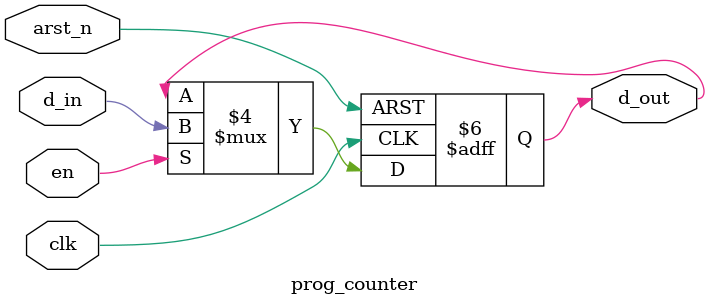
<source format=v>
`timescale 1ns/1ps

module prog_counter #(parameter WIDTH = 1)(d_in, d_out, clk, arst_n, en);

input [WIDTH-1:0] d_in;
input clk, arst_n;
input en;

output reg [WIDTH-1:0] d_out;

always @(posedge clk or negedge arst_n) begin
	if(!arst_n) d_out <= 0;
	else if(en)
		d_out <= d_in;
	else
		d_out <= d_out;
end
endmodule

</source>
